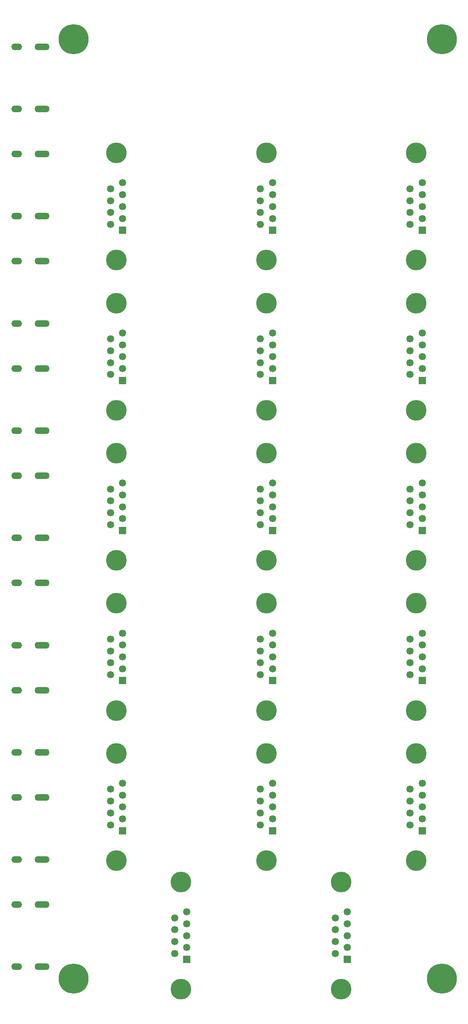
<source format=gbr>
G04 #@! TF.GenerationSoftware,KiCad,Pcbnew,(5.1.9)-1*
G04 #@! TF.CreationDate,2022-02-09T21:41:22-07:00*
G04 #@! TF.ProjectId,HDMI_to_DB9,48444d49-5f74-46f5-9f44-42392e6b6963,rev?*
G04 #@! TF.SameCoordinates,Original*
G04 #@! TF.FileFunction,Soldermask,Bot*
G04 #@! TF.FilePolarity,Negative*
%FSLAX46Y46*%
G04 Gerber Fmt 4.6, Leading zero omitted, Abs format (unit mm)*
G04 Created by KiCad (PCBNEW (5.1.9)-1) date 2022-02-09 21:41:22*
%MOMM*%
%LPD*%
G01*
G04 APERTURE LIST*
%ADD10O,3.500000X1.500000*%
%ADD11O,2.500000X1.500000*%
%ADD12C,1.690000*%
%ADD13R,1.690000X1.690000*%
%ADD14C,4.826000*%
%ADD15C,7.000000*%
G04 APERTURE END LIST*
D10*
X2600000Y-192750000D03*
X2600000Y-207250000D03*
D11*
X-3360000Y-192750000D03*
X-3360000Y-207250000D03*
D12*
X21420000Y-24460000D03*
X18580000Y-25845000D03*
X21420000Y-27230000D03*
X18580000Y-28615000D03*
X21420000Y-30000000D03*
X18580000Y-31385000D03*
X21420000Y-32770000D03*
X18580000Y-34155000D03*
D13*
X21420000Y-35540000D03*
D14*
X20000000Y-42495000D03*
X20000000Y-17505000D03*
D12*
X36420000Y-194460000D03*
X33580000Y-195845000D03*
X36420000Y-197230000D03*
X33580000Y-198615000D03*
X36420000Y-200000000D03*
X33580000Y-201385000D03*
X36420000Y-202770000D03*
X33580000Y-204155000D03*
D13*
X36420000Y-205540000D03*
D14*
X35000000Y-212495000D03*
X35000000Y-187505000D03*
D12*
X56420000Y-164460000D03*
X53580000Y-165845000D03*
X56420000Y-167230000D03*
X53580000Y-168615000D03*
X56420000Y-170000000D03*
X53580000Y-171385000D03*
X56420000Y-172770000D03*
X53580000Y-174155000D03*
D13*
X56420000Y-175540000D03*
D14*
X55000000Y-182495000D03*
X55000000Y-157505000D03*
D10*
X2600000Y-167750000D03*
X2600000Y-182250000D03*
D11*
X-3360000Y-167750000D03*
X-3360000Y-182250000D03*
D10*
X2600000Y-142750000D03*
X2600000Y-157250000D03*
D11*
X-3360000Y-142750000D03*
X-3360000Y-157250000D03*
D10*
X2600000Y-117750000D03*
X2600000Y-132250000D03*
D11*
X-3360000Y-117750000D03*
X-3360000Y-132250000D03*
D10*
X2600000Y-92750000D03*
X2600000Y-107250000D03*
D11*
X-3360000Y-92750000D03*
X-3360000Y-107250000D03*
D10*
X2600000Y-67750000D03*
X2600000Y-82250000D03*
D11*
X-3360000Y-67750000D03*
X-3360000Y-82250000D03*
D10*
X2600000Y-42750000D03*
X2600000Y-57250000D03*
D11*
X-3360000Y-42750000D03*
X-3360000Y-57250000D03*
D10*
X2600000Y-17750000D03*
X2600000Y-32250000D03*
D11*
X-3360000Y-17750000D03*
X-3360000Y-32250000D03*
D10*
X2600000Y7250000D03*
X2600000Y-7250000D03*
D11*
X-3360000Y7250000D03*
X-3360000Y-7250000D03*
D12*
X73920000Y-194460000D03*
X71080000Y-195845000D03*
X73920000Y-197230000D03*
X71080000Y-198615000D03*
X73920000Y-200000000D03*
X71080000Y-201385000D03*
X73920000Y-202770000D03*
X71080000Y-204155000D03*
D13*
X73920000Y-205540000D03*
D14*
X72500000Y-212495000D03*
X72500000Y-187505000D03*
D12*
X91420000Y-164460000D03*
X88580000Y-165845000D03*
X91420000Y-167230000D03*
X88580000Y-168615000D03*
X91420000Y-170000000D03*
X88580000Y-171385000D03*
X91420000Y-172770000D03*
X88580000Y-174155000D03*
D13*
X91420000Y-175540000D03*
D14*
X90000000Y-182495000D03*
X90000000Y-157505000D03*
D12*
X21420000Y-164460000D03*
X18580000Y-165845000D03*
X21420000Y-167230000D03*
X18580000Y-168615000D03*
X21420000Y-170000000D03*
X18580000Y-171385000D03*
X21420000Y-172770000D03*
X18580000Y-174155000D03*
D13*
X21420000Y-175540000D03*
D14*
X20000000Y-182495000D03*
X20000000Y-157505000D03*
D12*
X91420000Y-129460000D03*
X88580000Y-130845000D03*
X91420000Y-132230000D03*
X88580000Y-133615000D03*
X91420000Y-135000000D03*
X88580000Y-136385000D03*
X91420000Y-137770000D03*
X88580000Y-139155000D03*
D13*
X91420000Y-140540000D03*
D14*
X90000000Y-147495000D03*
X90000000Y-122505000D03*
D12*
X56420000Y-129460000D03*
X53580000Y-130845000D03*
X56420000Y-132230000D03*
X53580000Y-133615000D03*
X56420000Y-135000000D03*
X53580000Y-136385000D03*
X56420000Y-137770000D03*
X53580000Y-139155000D03*
D13*
X56420000Y-140540000D03*
D14*
X55000000Y-147495000D03*
X55000000Y-122505000D03*
D12*
X21420000Y-129460000D03*
X18580000Y-130845000D03*
X21420000Y-132230000D03*
X18580000Y-133615000D03*
X21420000Y-135000000D03*
X18580000Y-136385000D03*
X21420000Y-137770000D03*
X18580000Y-139155000D03*
D13*
X21420000Y-140540000D03*
D14*
X20000000Y-147495000D03*
X20000000Y-122505000D03*
D12*
X91420000Y-94460000D03*
X88580000Y-95845000D03*
X91420000Y-97230000D03*
X88580000Y-98615000D03*
X91420000Y-100000000D03*
X88580000Y-101385000D03*
X91420000Y-102770000D03*
X88580000Y-104155000D03*
D13*
X91420000Y-105540000D03*
D14*
X90000000Y-112495000D03*
X90000000Y-87505000D03*
D12*
X56420000Y-94460000D03*
X53580000Y-95845000D03*
X56420000Y-97230000D03*
X53580000Y-98615000D03*
X56420000Y-100000000D03*
X53580000Y-101385000D03*
X56420000Y-102770000D03*
X53580000Y-104155000D03*
D13*
X56420000Y-105540000D03*
D14*
X55000000Y-112495000D03*
X55000000Y-87505000D03*
D12*
X21420000Y-94460000D03*
X18580000Y-95845000D03*
X21420000Y-97230000D03*
X18580000Y-98615000D03*
X21420000Y-100000000D03*
X18580000Y-101385000D03*
X21420000Y-102770000D03*
X18580000Y-104155000D03*
D13*
X21420000Y-105540000D03*
D14*
X20000000Y-112495000D03*
X20000000Y-87505000D03*
D12*
X91420000Y-59460000D03*
X88580000Y-60845000D03*
X91420000Y-62230000D03*
X88580000Y-63615000D03*
X91420000Y-65000000D03*
X88580000Y-66385000D03*
X91420000Y-67770000D03*
X88580000Y-69155000D03*
D13*
X91420000Y-70540000D03*
D14*
X90000000Y-77495000D03*
X90000000Y-52505000D03*
D12*
X56420000Y-59460000D03*
X53580000Y-60845000D03*
X56420000Y-62230000D03*
X53580000Y-63615000D03*
X56420000Y-65000000D03*
X53580000Y-66385000D03*
X56420000Y-67770000D03*
X53580000Y-69155000D03*
D13*
X56420000Y-70540000D03*
D14*
X55000000Y-77495000D03*
X55000000Y-52505000D03*
D12*
X21420000Y-59460000D03*
X18580000Y-60845000D03*
X21420000Y-62230000D03*
X18580000Y-63615000D03*
X21420000Y-65000000D03*
X18580000Y-66385000D03*
X21420000Y-67770000D03*
X18580000Y-69155000D03*
D13*
X21420000Y-70540000D03*
D14*
X20000000Y-77495000D03*
X20000000Y-52505000D03*
D12*
X91420000Y-24460000D03*
X88580000Y-25845000D03*
X91420000Y-27230000D03*
X88580000Y-28615000D03*
X91420000Y-30000000D03*
X88580000Y-31385000D03*
X91420000Y-32770000D03*
X88580000Y-34155000D03*
D13*
X91420000Y-35540000D03*
D14*
X90000000Y-42495000D03*
X90000000Y-17505000D03*
D12*
X56420000Y-24460000D03*
X53580000Y-25845000D03*
X56420000Y-27230000D03*
X53580000Y-28615000D03*
X56420000Y-30000000D03*
X53580000Y-31385000D03*
X56420000Y-32770000D03*
X53580000Y-34155000D03*
D13*
X56420000Y-35540000D03*
D14*
X55000000Y-42495000D03*
X55000000Y-17505000D03*
D15*
X96000000Y-210000000D03*
X10000000Y-210000000D03*
X10000000Y9000000D03*
X96000000Y9000000D03*
M02*

</source>
